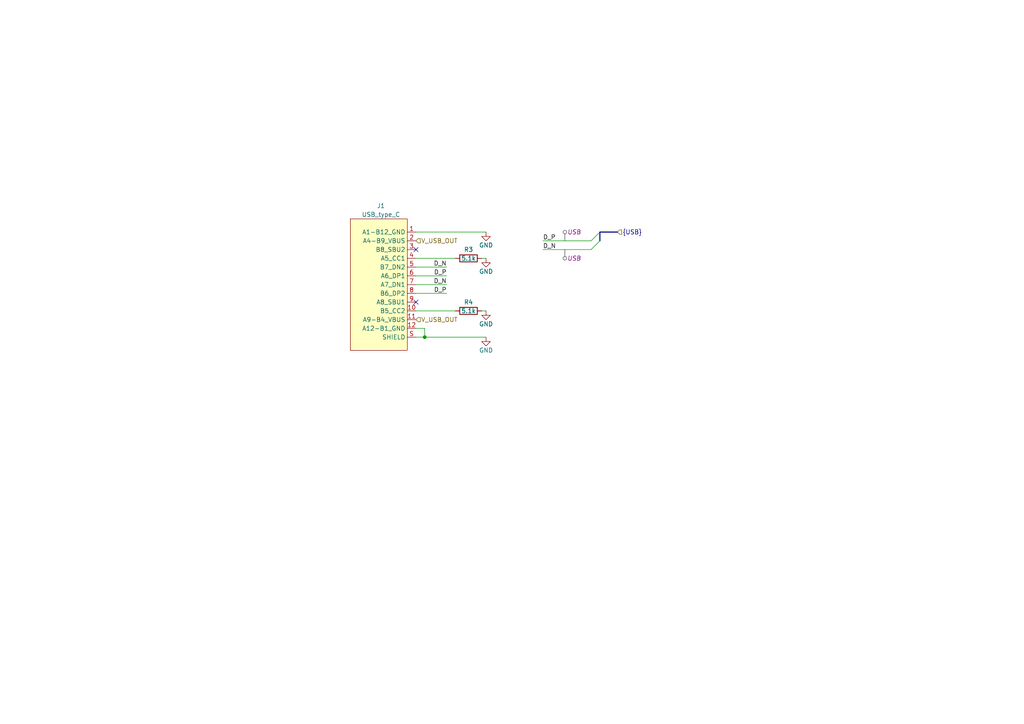
<source format=kicad_sch>
(kicad_sch (version 20230121) (generator eeschema)
  (paper "A4")
  (lib_symbols
    (symbol "Device:R" (pin_numbers hide) (pin_names (offset 0))
      (property "Reference" "R" (at 2.032 0 90))
      (property "Value" "R" (at 0 0 90))
      (symbol "R_0_1"
        (rectangle (start -1.016 -2.54) (end 1.016 2.54) (stroke (width 0.254)))
      )
      (symbol "R_1_1"
        (pin passive line (at 0 3.81 270) (length 1.27) (name "~") (number "1"))
        (pin passive line (at 0 -3.81 90) (length 1.27) (name "~") (number "2"))
      )
    )
    (symbol "Ikafly_lib:USB_type_C"
      (property "Reference" "J" (at 0 20.32 0))
      (property "Value" "USB_type_C" (at 0 17.78 0))
      (symbol "USB_type_C_1_1"
        (rectangle (start -8.89 16.51) (end 7.62 -21.59) (fill (type background)))
        (pin input line (at 10.16 12.7 180) (length 2.54) (name "A1-B12_GND") (number "1"))
        (pin input line (at 10.16 -10.16 180) (length 2.54) (name "B5_CC2") (number "10"))
        (pin input line (at 10.16 -12.7 180) (length 2.54) (name "A9-B4_VBUS") (number "11"))
        (pin input line (at 10.16 -15.24 180) (length 2.54) (name "A12-B1_GND") (number "12"))
        (pin input line (at 10.16 10.16 180) (length 2.54) (name "A4-B9_VBUS") (number "2"))
        (pin input line (at 10.16 7.62 180) (length 2.54) (name "B8_SBU2") (number "3"))
        (pin input line (at 10.16 5.08 180) (length 2.54) (name "A5_CC1") (number "4"))
        (pin input line (at 10.16 2.54 180) (length 2.54) (name "B7_DN2") (number "5"))
        (pin input line (at 10.16 0 180) (length 2.54) (name "A6_DP1") (number "6"))
        (pin input line (at 10.16 -2.54 180) (length 2.54) (name "A7_DN1") (number "7"))
        (pin input line (at 10.16 -5.08 180) (length 2.54) (name "B6_DP2") (number "8"))
        (pin input line (at 10.16 -7.62 180) (length 2.54) (name "A8_SBU1") (number "9"))
        (pin input line (at 10.16 -17.78 180) (length 2.54) (name "SHIELD") (number "S"))
      )
    )
    (symbol "power:GND" (power) (pin_names (offset 0))
      (property "Value" "GND" (at 0 -3.81 0))
      (symbol "GND_0_1"
        (polyline (pts (xy 0 0) (xy 0 -1.27) (xy 1.27 -1.27) (xy 0 -2.54) (xy -1.27 -1.27) (xy 0 -1.27)))
      )
      (symbol "GND_1_1"
        (pin power_in line (at 0 0 270) (length 0) hide (name "GND") (number "1"))
      )
    )
  )
  (bus_alias "USB" (members "D_N" "D_P"))
  (junction (at 123.19 97.79))
  (no_connect (at 120.65 72.39))
  (no_connect (at 120.65 87.63))
  (bus_entry (at 171.45 69.85) (size 2.54 -2.54))
  (bus_entry (at 171.45 72.39) (size 2.54 -2.54))
  (wire (pts (xy 139.7 90.17) (xy 140.97 90.17)))
  (bus (pts (xy 173.99 67.31) (xy 179.07 67.31)))
  (wire (pts (xy 120.65 80.01) (xy 129.54 80.01)))
  (wire (pts (xy 120.65 77.47) (xy 129.54 77.47)))
  (wire (pts (xy 120.65 67.31) (xy 140.97 67.31)))
  (wire (pts (xy 140.97 74.93) (xy 139.7 74.93)))
  (wire (pts (xy 120.65 95.25) (xy 123.19 95.25)))
  (wire (pts (xy 120.65 82.55) (xy 129.54 82.55)))
  (bus (pts (xy 173.99 69.85) (xy 173.99 67.31)))
  (wire (pts (xy 120.65 74.93) (xy 132.08 74.93)))
  (wire (pts (xy 157.48 72.39) (xy 171.45 72.39)))
  (wire (pts (xy 120.65 90.17) (xy 132.08 90.17)))
  (wire (pts (xy 123.19 97.79) (xy 140.97 97.79)))
  (wire (pts (xy 123.19 95.25) (xy 123.19 97.79)))
  (wire (pts (xy 120.65 85.09) (xy 129.54 85.09)))
  (wire (pts (xy 157.48 69.85) (xy 171.45 69.85)))
  (wire (pts (xy 120.65 97.79) (xy 123.19 97.79)))
  (label "D_N" (at 129.54 82.55 180))
  (label "D_N" (at 157.48 72.39 0))
  (label "D_N" (at 129.54 77.47 180))
  (label "D_P" (at 129.54 85.09 180))
  (label "D_P" (at 157.48 69.85 0))
  (label "D_P" (at 129.54 80.01 180))
  (hierarchical_label "{USB}" (shape input) (at 179.07 67.31 0))
  (hierarchical_label "V_USB_OUT" (shape input) (at 120.65 92.71 0))
  (hierarchical_label "V_USB_OUT" (shape input) (at 120.65 69.85 0))
  (netclass_flag "" (length 2.54) (shape round) (at 163.83 69.85 0) (property "Netclass" "USB" (at 164.5285 67.31 0) (effects (font italic) (justify left))))
  (netclass_flag "" (length 2.54) (shape round) (at 163.83 72.39 180) (property "Netclass" "USB" (at 164.5285 74.93 0) (effects (font italic) (justify left))))
  (symbol (lib_id "power:GND") (at 140.97 74.93 0) (unit 1)
    (property "Reference" "#PWR010" (effects hide))
    (property "Value" "GND" (at 140.97 78.74 0))
    (instances (project "ikafly_main" (path "" (reference "#PWR010") (unit 1)) (path "" (reference "#PWR011") (unit 1))))
  )
  (symbol (lib_id "power:GND") (at 140.97 97.79 0) (unit 1)
    (property "Reference" "#PWR012" (effects hide))
    (property "Value" "GND" (at 140.97 101.6 0))
    (instances (project "ikafly_main" (path "" (reference "#PWR012") (unit 1)) (path "" (reference "#PWR013") (unit 1))))
  )
  (symbol (lib_id "power:GND") (at 140.97 90.17 0) (unit 1)
    (property "Reference" "#PWR011" (effects hide))
    (property "Value" "GND" (at 140.97 93.98 0))
    (instances (project "ikafly_main" (path "" (reference "#PWR011") (unit 1)) (path "" (reference "#PWR012") (unit 1))))
  )
  (symbol (lib_id "Device:R") (at 135.89 74.93 90) (unit 1)
    (property "Reference" "R3" (at 135.89 72.39 90))
    (property "Value" "5.1k" (at 135.89 74.93 90))
    (property "Footprint" "Resistor_SMD:R_0402_1005Metric" (effects hide))
  )
  (symbol (lib_id "Ikafly_lib:USB_type_C") (at 110.49 80.01 0) (unit 1)
    (property "Reference" "J1" (at 110.49 59.69 0))
    (property "Value" "USB_type_C" (at 110.49 62.23 0))
    (property "Footprint" "Ikafly_lib:USB_type_C" (effects hide))
  )
  (symbol (lib_id "Device:R") (at 135.89 90.17 90) (unit 1)
    (property "Reference" "R4" (at 135.89 87.63 90))
    (property "Value" "5.1k" (at 135.89 90.17 90))
    (property "Footprint" "Resistor_SMD:R_0402_1005Metric" (effects hide))
  )
  (symbol (lib_id "power:GND") (at 140.97 67.31 0) (unit 1)
    (property "Reference" "#PWR013" (effects hide))
    (property "Value" "GND" (at 140.97 71.12 0))
    (instances (project "ikafly_main" (path "" (reference "#PWR013") (unit 1)) (path "" (reference "#PWR010") (unit 1))))
  )
)
</source>
